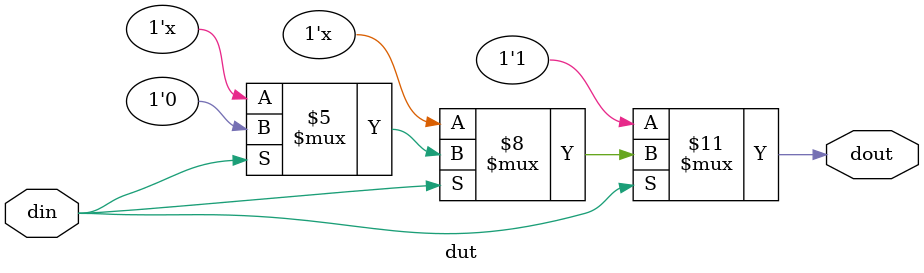
<source format=v>
module dut(din, dout);

input  din;
output dout;
reg    dout;

always @* begin
  if      (din == 1'b0) dout = 1'b1;
  else if (din == 1'b1) dout = 1'b0;
  else                  dout = 1'bx;
end

endmodule

</source>
